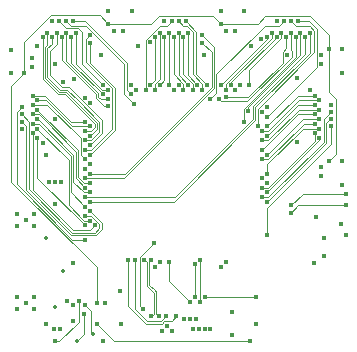
<source format=gbl>
G04*
G04 #@! TF.GenerationSoftware,Altium Limited,Altium Designer,25.8.1 (18)*
G04*
G04 Layer_Physical_Order=4*
G04 Layer_Color=16711680*
%FSLAX44Y44*%
%MOMM*%
G71*
G04*
G04 #@! TF.SameCoordinates,89BD97E8-7FFC-4123-A3EE-04367D590976*
G04*
G04*
G04 #@! TF.FilePolarity,Positive*
G04*
G01*
G75*
%ADD10C,0.1000*%
%ADD56C,0.3500*%
%ADD57C,0.4000*%
D10*
X51000Y10000D02*
X67500Y26500D01*
X47500Y10000D02*
X51000D01*
X77500Y18000D02*
X79500Y16000D01*
X77500Y18000D02*
Y36000D01*
X66250Y10000D02*
X72000Y15750D01*
Y33000D01*
X67500Y26500D02*
Y44000D01*
X67500Y44000D02*
X67500Y44000D01*
X82500Y42500D02*
Y72500D01*
X10000Y145000D02*
X82500Y72500D01*
X10000Y145000D02*
Y226500D01*
X172000Y269000D02*
X182000Y259000D01*
X172000Y262880D02*
X180000Y254880D01*
X253000Y218000D02*
X267500D01*
X227000Y168000D02*
X257000Y198000D01*
X253000Y210000D02*
X267500D01*
X228000Y188000D02*
X254000Y214000D01*
X251000Y251000D02*
Y268000D01*
X280000Y198000D02*
X281000D01*
X275000Y198000D02*
X281000Y204000D01*
X247000Y281000D02*
X251000Y277000D01*
X263000D01*
X267000Y273000D01*
X262000Y281000D02*
X269000Y274000D01*
Y242000D02*
Y274000D01*
X253000Y281000D02*
X262000D01*
X279000Y257500D02*
Y269000D01*
X263000Y285000D02*
X279000Y269000D01*
X85500Y286000D02*
X92500Y279000D01*
X72500Y41000D02*
X77500Y36000D01*
X227000Y192000D02*
X253000Y218000D01*
X57000Y281000D02*
X61000Y277000D01*
X257000Y198000D02*
X271000D01*
X254000Y214000D02*
X271000D01*
X279000Y162500D02*
X285000Y168500D01*
X223000Y140000D02*
X228000D01*
Y132000D02*
X275000Y179000D01*
Y198000D01*
X223000Y132000D02*
X228000D01*
X237000Y277000D02*
X241000Y281000D01*
X21000Y263000D02*
X44000Y286000D01*
X21000Y237500D02*
Y263000D01*
X10000Y226500D02*
X21000Y237500D01*
X51000Y281000D02*
X57000Y275000D01*
X67000D01*
X44000Y286000D02*
X85500D01*
X108000Y223000D02*
X112000Y219000D01*
X61000Y277000D02*
X74000D01*
X106000Y245000D01*
X73000Y281000D02*
X108000Y246000D01*
X63000Y281000D02*
X73000D01*
X108000Y223000D02*
Y246000D01*
X181500Y285000D02*
X187500Y279000D01*
X186000Y215000D02*
X186086D01*
X188086Y213000D01*
X106000Y219000D02*
X114000Y211000D01*
X106000Y219000D02*
Y245000D01*
X97250Y10000D02*
X212250D01*
X172000Y223000D02*
X172000Y223000D01*
X144000Y271000D02*
X144000Y271000D01*
Y227000D02*
Y271000D01*
X144000Y227000D02*
X144000Y227000D01*
X148000Y236000D02*
X156000Y228000D01*
X148000Y236000D02*
Y268000D01*
X156000Y222500D02*
Y228000D01*
X152000Y235000D02*
Y271000D01*
Y235000D02*
X160000Y227000D01*
X156000Y236000D02*
X164000Y228000D01*
X156000Y236000D02*
Y268000D01*
X164000Y222500D02*
Y228000D01*
X160000Y235000D02*
X168000Y227000D01*
X164000Y236000D02*
X172000Y228000D01*
Y223000D02*
Y228000D01*
X167000Y236000D02*
X176000Y227000D01*
Y227000D02*
Y227000D01*
X136000Y227000D02*
X140000Y231000D01*
X132000Y223000D02*
Y228000D01*
X136000Y232000D01*
X128000Y227000D02*
X132000Y231000D01*
X61000Y246000D02*
Y267500D01*
X65000Y245050D02*
Y271000D01*
X57000Y247000D02*
Y271000D01*
X53000Y248000D02*
Y267500D01*
X226525Y267525D02*
X227000Y268000D01*
X188000Y227000D02*
X226525Y265525D01*
Y267525D01*
X231000Y267000D02*
Y271000D01*
X192000Y228000D02*
X231000Y267000D01*
X196000Y227000D02*
X196475Y227475D01*
Y229475D02*
X235000Y268000D01*
X196475Y227475D02*
Y229475D01*
X210009Y213000D02*
X247900Y250891D01*
X211000Y217000D02*
X240000Y246000D01*
X239000Y266743D02*
Y271000D01*
X212000Y239743D02*
X239000Y266743D01*
X212000Y227000D02*
Y239743D01*
X240000Y246000D02*
Y255000D01*
X243000Y258000D01*
Y268000D01*
X247000Y257000D02*
X247900Y256100D01*
X247000Y257000D02*
Y271000D01*
X247900Y250891D02*
Y256100D01*
X73500Y246500D02*
Y265500D01*
X77000Y269000D01*
Y245828D02*
Y262880D01*
X188086Y213000D02*
X210009D01*
X192000Y217000D02*
X211000D01*
X192000Y223000D02*
Y228000D01*
X227000Y200000D02*
X269000Y242000D01*
X36000Y199450D02*
X65000Y170450D01*
X36000Y199450D02*
Y199450D01*
X33450Y202000D02*
X36000Y199450D01*
X32500Y198000D02*
X32828D01*
X69000Y168000D02*
X73000Y164000D01*
X65000Y148000D02*
Y170450D01*
X67000Y149000D02*
Y171500D01*
Y149000D02*
X72000Y144000D01*
X73000Y172000D02*
X78000D01*
X77000Y269000D02*
X77828D01*
X73000Y180000D02*
X78000D01*
X77000Y176000D02*
X87000Y186000D01*
X78000Y180000D02*
X85000Y187000D01*
X19000Y196000D02*
X23000Y192000D01*
X15000Y204000D02*
X19000Y208000D01*
Y202000D02*
X25000Y196000D01*
X73000Y116000D02*
X78000D01*
X32828Y198000D02*
X63000Y167828D01*
X73000Y132000D02*
X106000D01*
X34000Y194000D02*
X61000Y167000D01*
Y136000D02*
X73000Y124000D01*
X61000Y136000D02*
Y167000D01*
X32500Y190000D02*
X59000Y163500D01*
X29000Y194000D02*
X34000D01*
X59000Y125000D02*
Y163500D01*
X106000Y132000D02*
X106000Y132000D01*
X59000Y125000D02*
X72000Y112000D01*
X72000Y144000D02*
X77000D01*
X65000Y148000D02*
X73000Y140000D01*
X63000Y145000D02*
X72000Y136000D01*
X77000D01*
X63000Y145000D02*
Y167828D01*
X67000Y275000D02*
X70000Y272000D01*
Y245000D02*
Y272000D01*
X164000Y236000D02*
Y272172D01*
X158000Y281000D02*
X167000Y272000D01*
Y236000D02*
Y272000D01*
X160000Y235000D02*
Y271000D01*
X142000Y277000D02*
X146000Y281000D01*
X156000Y277000D02*
X159172D01*
X164000Y272172D01*
X152000Y281000D02*
X156000Y277000D01*
X277000Y178000D02*
Y195000D01*
X280000Y198000D01*
X140000Y268000D02*
X140000Y268000D01*
X136000Y232000D02*
Y271000D01*
X140000Y231000D02*
Y268000D01*
X132000Y268000D02*
X132000Y268000D01*
Y231000D02*
Y268000D01*
X136000Y277000D02*
X142000D01*
X124000Y223000D02*
Y265000D01*
X136000Y277000D01*
X53000Y248000D02*
X82000Y219000D01*
X57000Y247000D02*
X84000Y220000D01*
X70000Y245000D02*
X88000Y227000D01*
X61000Y246000D02*
X88000Y219000D01*
X72000Y112000D02*
X77000D01*
Y120000D02*
X87000Y110000D01*
X82000Y100000D02*
X87000Y105000D01*
Y110000D01*
X82500Y24750D02*
X97250Y10000D01*
X98000Y189000D02*
Y224828D01*
X77000Y245828D02*
X98000Y224828D01*
X77000Y168000D02*
X98000Y189000D01*
X84000Y217000D02*
Y220000D01*
Y217000D02*
X86000Y215000D01*
X225000Y285000D02*
X263000D01*
X219000Y279000D02*
X225000Y285000D01*
X187500Y279000D02*
X219000D01*
X135000Y285000D02*
X181500D01*
X92500Y279000D02*
X129000D01*
X135000Y285000D01*
X81000Y191000D02*
Y194000D01*
X83000Y190000D02*
Y195000D01*
X85000Y187000D02*
Y196000D01*
X87000Y186000D02*
Y197000D01*
X29000Y202000D02*
X33450D01*
X32500Y206000D02*
X67000Y171500D01*
X69000Y168000D02*
Y182000D01*
X29000Y210000D02*
X41000D01*
X69000Y182000D01*
X32500Y214000D02*
X40000D01*
X62000Y192000D01*
X39000Y218000D02*
X61000Y196000D01*
X29000Y218000D02*
X39000D01*
X82000Y216000D02*
Y219000D01*
X77000Y104000D02*
X81000Y108000D01*
Y102000D02*
X85000Y106000D01*
Y109000D01*
X78000Y116000D02*
X85000Y109000D01*
X255000Y252000D02*
Y271000D01*
X267000Y255000D02*
Y273000D01*
X259000Y253000D02*
Y268000D01*
X263000Y254000D02*
Y271000D01*
X219000Y192000D02*
Y207000D01*
X217000Y208000D02*
X263000Y254000D01*
X219000Y207000D02*
X267000Y255000D01*
X210914Y207914D02*
X255000Y252000D01*
X215000Y209000D02*
X259000Y253000D01*
X210914Y205086D02*
X211000Y205000D01*
X210914Y205086D02*
Y207914D01*
X207000Y207000D02*
X251000Y251000D01*
X223000Y188000D02*
X228000D01*
X227000Y184000D02*
X253000Y210000D01*
Y202000D02*
X267500D01*
X223000Y172000D02*
X253000Y202000D01*
X223000Y180000D02*
X228000D01*
X254000Y206000D02*
X271000D01*
X228000Y180000D02*
X254000Y206000D01*
X228000Y164000D02*
X258000Y194000D01*
X267500D01*
X223000Y164000D02*
X228000D01*
X257000Y190000D02*
X271000D01*
X227000Y160000D02*
X257000Y190000D01*
X227000Y152000D02*
Y160000D01*
X89000Y209000D02*
X92000D01*
X73500Y246500D02*
X96000Y224000D01*
X78000Y172000D02*
X96000Y190000D01*
X65000Y245050D02*
X87000Y223050D01*
X96000Y190000D02*
Y224000D01*
X86000Y215000D02*
X92000D01*
X87000Y223000D02*
X92000D01*
X82000Y216000D02*
X89000Y209000D01*
X87000Y223000D02*
Y223050D01*
X228000Y140000D02*
X267500Y179500D01*
Y186000D01*
X227000Y136000D02*
X271000Y180000D01*
Y182000D01*
X78000Y188000D02*
X81000Y191000D01*
X61000Y196000D02*
X73000D01*
X62000Y192000D02*
X77000D01*
X73000Y188000D02*
X78000D01*
X77000Y184000D02*
X83000Y190000D01*
X179000Y215000D02*
X184000Y220000D01*
X106000Y148000D02*
X182000Y224000D01*
X107000Y152000D02*
X180000Y225000D01*
Y254880D01*
X77000Y152000D02*
X107000D01*
X182000Y224000D02*
Y259000D01*
X73000Y148000D02*
X106000D01*
X174000Y47500D02*
X217500D01*
X32500Y148500D02*
Y182000D01*
Y148500D02*
X73000Y108000D01*
X29000Y138000D02*
Y186000D01*
Y138000D02*
X63000Y104000D01*
X77000D01*
X25000Y139000D02*
X62000Y102000D01*
X25000Y139000D02*
Y196000D01*
X62000Y102000D02*
X81000D01*
X61000Y100000D02*
X82000D01*
X23000Y138000D02*
Y192000D01*
Y138000D02*
X61000Y100000D01*
X62000Y96000D02*
X73000D01*
X15000Y143000D02*
X62000Y96000D01*
X15000Y143000D02*
Y204000D01*
X166000Y47500D02*
Y75000D01*
X123000Y78914D02*
X125000Y76914D01*
X123000Y78914D02*
Y79000D01*
X129000Y78914D02*
Y79000D01*
X127000Y76914D02*
X129000Y78914D01*
X119000Y81000D02*
X131000Y93000D01*
X184000Y236000D02*
X225000Y277000D01*
X237000D01*
X184000Y220000D02*
Y236000D01*
X227000Y128000D02*
X277000Y178000D01*
X227000Y100000D02*
Y123000D01*
X281000Y177000D01*
Y192000D01*
X247000Y125000D02*
X257000Y135000D01*
X294000D01*
X247000Y119000D02*
X253000Y125000D01*
X294000D01*
X66500Y214500D02*
X85000Y196000D01*
X43000Y235000D02*
X53000Y225000D01*
X59000D02*
X87000Y197000D01*
X53000Y225000D02*
X59000D01*
X52000Y223000D02*
X57828D01*
X66414Y214414D01*
X41000Y234000D02*
X52000Y223000D01*
X57000Y221000D02*
X83000Y195000D01*
X51000Y221000D02*
X57000D01*
X39000Y233000D02*
X51000Y221000D01*
X37000Y232000D02*
Y267500D01*
X50000Y219000D02*
X56000D01*
X37000Y232000D02*
X50000Y219000D01*
X56000D02*
X81000Y194000D01*
X41000Y261000D02*
Y271000D01*
X39000Y233000D02*
Y259000D01*
X41000Y261000D01*
Y234000D02*
Y258000D01*
X45000Y262000D02*
Y267500D01*
X45000Y267500D01*
X41000Y258000D02*
X45000Y262000D01*
X49000D02*
Y271000D01*
X43000Y235000D02*
Y256000D01*
X49000Y262000D01*
X285000Y168500D02*
Y215000D01*
X279000Y221000D02*
X285000Y215000D01*
X279000Y221000D02*
Y257500D01*
X135000Y31000D02*
Y31086D01*
X119000Y40120D02*
Y81000D01*
X129000Y31000D02*
Y31086D01*
X119000Y40120D02*
X122000Y37120D01*
X133000Y33086D02*
X135000Y31086D01*
X129000Y31086D02*
X131000Y33086D01*
X131000Y51172D02*
X131000D01*
X131828Y53172D02*
X133000Y52000D01*
X127000Y58000D02*
Y76914D01*
X125000Y57172D02*
X131000Y51172D01*
X131000Y33086D02*
Y51172D01*
X127000Y58000D02*
X131828Y53172D01*
X125000Y57172D02*
Y76914D01*
X131828Y53172D02*
X131828D01*
X133000Y33086D02*
Y52000D01*
X170000Y43000D02*
Y79000D01*
X144000Y61000D02*
Y77000D01*
Y61000D02*
X162000Y43000D01*
X115000Y37000D02*
X125000Y27000D01*
X115000Y37000D02*
Y79000D01*
X109000Y40000D02*
Y79000D01*
Y40000D02*
X124000Y25000D01*
X138000D02*
X140000Y27000D01*
X137000D02*
X141000Y31000D01*
X124000Y25000D02*
X138000D01*
X125000Y27000D02*
X137000D01*
X146000D02*
X150000Y31000D01*
X140000Y27000D02*
X146000D01*
X207000Y196000D02*
Y207000D01*
X215000Y198000D02*
Y209000D01*
X106000Y132000D02*
X149000D01*
X215000Y198000D01*
X77000Y128000D02*
X148000D01*
X217000Y197000D02*
Y208000D01*
X148000Y128000D02*
X217000Y197000D01*
D56*
X40000Y97500D02*
D03*
X66250Y10000D02*
D03*
X79500Y16000D02*
D03*
X53750Y69500D02*
D03*
X47500Y38750D02*
D03*
D57*
Y126250D02*
D03*
X46250Y20000D02*
D03*
X47500Y10000D02*
D03*
X40000Y25000D02*
D03*
X51250Y20000D02*
D03*
X30000Y117500D02*
D03*
X15000D02*
D03*
Y107500D02*
D03*
X30000D02*
D03*
X22500Y112500D02*
D03*
X30000Y47500D02*
D03*
X15000D02*
D03*
X30000Y37500D02*
D03*
X15000D02*
D03*
X22500Y42500D02*
D03*
X252500Y232500D02*
D03*
X10000Y237500D02*
D03*
X92500Y290000D02*
D03*
X187500D02*
D03*
X290000Y162500D02*
D03*
X279000Y257500D02*
D03*
X272500Y245000D02*
D03*
Y252500D02*
D03*
X290000Y257500D02*
D03*
Y237500D02*
D03*
X207500Y290000D02*
D03*
X112500Y290000D02*
D03*
X10000Y256250D02*
D03*
X290000Y142500D02*
D03*
X21000Y237500D02*
D03*
X27500Y250000D02*
D03*
Y242500D02*
D03*
X92500Y279000D02*
D03*
X105000Y272500D02*
D03*
X97500D02*
D03*
X187500Y279000D02*
D03*
X200000Y272500D02*
D03*
X192500D02*
D03*
X279000Y162500D02*
D03*
X272500Y150000D02*
D03*
Y157500D02*
D03*
X82500Y42500D02*
D03*
X267500Y194000D02*
D03*
X275500Y97500D02*
D03*
X173750Y252500D02*
D03*
X90000Y42500D02*
D03*
X197500Y15250D02*
D03*
Y35000D02*
D03*
X102500Y52500D02*
D03*
X57500Y44000D02*
D03*
X62500Y41000D02*
D03*
X67500Y44000D02*
D03*
X72500Y41000D02*
D03*
X63000Y76000D02*
D03*
X267500Y218000D02*
D03*
X251000Y268000D02*
D03*
X172000Y269000D02*
D03*
Y262880D02*
D03*
X263000Y222500D02*
D03*
X227000Y268000D02*
D03*
X231000Y271000D02*
D03*
X235000Y268000D02*
D03*
X243000D02*
D03*
X239000Y271000D02*
D03*
X223000Y140000D02*
D03*
X227000Y136000D02*
D03*
Y100000D02*
D03*
Y168000D02*
D03*
X267500Y202000D02*
D03*
Y210000D02*
D03*
X223000Y132000D02*
D03*
Y180000D02*
D03*
X247000Y271000D02*
D03*
X255000D02*
D03*
X213000Y260000D02*
D03*
X281000Y204000D02*
D03*
Y198000D02*
D03*
X247000Y281000D02*
D03*
X241000D02*
D03*
X253000D02*
D03*
X263000Y271000D02*
D03*
X259000Y268000D02*
D03*
X61000Y267500D02*
D03*
X45000D02*
D03*
X51000Y281000D02*
D03*
X37000Y267500D02*
D03*
X148000Y268000D02*
D03*
X156000D02*
D03*
X144000Y271000D02*
D03*
X152000D02*
D03*
X188000Y227000D02*
D03*
X196000Y227000D02*
D03*
X212000Y227000D02*
D03*
X72000Y33000D02*
D03*
X227000Y192000D02*
D03*
X219000D02*
D03*
X57000Y281000D02*
D03*
X152000D02*
D03*
X63000D02*
D03*
X146000D02*
D03*
X41000Y271000D02*
D03*
X49000D02*
D03*
X271000Y214000D02*
D03*
Y206000D02*
D03*
Y198000D02*
D03*
Y190000D02*
D03*
X235000Y281000D02*
D03*
X45000D02*
D03*
X53000Y267500D02*
D03*
X57000Y271000D02*
D03*
X65000D02*
D03*
X112000Y227000D02*
D03*
X77000Y262880D02*
D03*
X112000Y219000D02*
D03*
X116000Y223000D02*
D03*
X227000Y152000D02*
D03*
Y144000D02*
D03*
X223000Y148000D02*
D03*
X86250Y252500D02*
D03*
X77000Y269000D02*
D03*
X158000Y281000D02*
D03*
X186000Y215000D02*
D03*
X114000Y211000D02*
D03*
X103000Y24750D02*
D03*
X217500D02*
D03*
X212250Y10000D02*
D03*
X87750D02*
D03*
X188000Y73000D02*
D03*
X192000Y77000D02*
D03*
X172000Y223000D02*
D03*
X176000Y227000D02*
D03*
X168000D02*
D03*
X164000Y223000D02*
D03*
X144000Y227000D02*
D03*
X124000Y223000D02*
D03*
X132000D02*
D03*
X128000Y227000D02*
D03*
X148000Y223000D02*
D03*
X152000Y227000D02*
D03*
X156000Y223000D02*
D03*
X160000Y227000D02*
D03*
X136000D02*
D03*
X32500Y260000D02*
D03*
X243750Y252500D02*
D03*
X204000Y227000D02*
D03*
X200000Y223000D02*
D03*
X192000D02*
D03*
Y217000D02*
D03*
X73000Y156000D02*
D03*
Y124000D02*
D03*
X227000Y208000D02*
D03*
Y200000D02*
D03*
X73000Y164000D02*
D03*
Y148000D02*
D03*
X19000Y208000D02*
D03*
X29000Y194000D02*
D03*
Y218000D02*
D03*
X32500Y214000D02*
D03*
Y198000D02*
D03*
Y190000D02*
D03*
Y182000D02*
D03*
X29000Y186000D02*
D03*
X73000Y172000D02*
D03*
Y180000D02*
D03*
X42500Y145000D02*
D03*
X47500D02*
D03*
X77000Y128000D02*
D03*
Y136000D02*
D03*
Y152000D02*
D03*
Y160000D02*
D03*
Y168000D02*
D03*
Y176000D02*
D03*
X29000Y210000D02*
D03*
X19000Y202000D02*
D03*
Y196000D02*
D03*
Y190000D02*
D03*
X73000Y96000D02*
D03*
X77000Y120000D02*
D03*
X73000Y116000D02*
D03*
Y108000D02*
D03*
X52500Y145000D02*
D03*
X73000Y132000D02*
D03*
X77000Y144000D02*
D03*
X73000Y140000D02*
D03*
X160000Y271000D02*
D03*
X140000Y281000D02*
D03*
X281000Y192000D02*
D03*
X252500Y178750D02*
D03*
X136000Y271000D02*
D03*
X140000Y268000D02*
D03*
X132000D02*
D03*
X127500Y263000D02*
D03*
X118000Y260000D02*
D03*
X37000Y177500D02*
D03*
X40000Y168000D02*
D03*
X88000Y227000D02*
D03*
Y219000D02*
D03*
X77000Y112000D02*
D03*
X82500Y24750D02*
D03*
X281000Y210000D02*
D03*
X63436Y231786D02*
D03*
X29000Y202000D02*
D03*
X32500Y206000D02*
D03*
X47500Y198500D02*
D03*
X73000Y216000D02*
D03*
X77000Y212000D02*
D03*
X81000Y108000D02*
D03*
X223000Y204000D02*
D03*
X211000Y205000D02*
D03*
X223000Y172000D02*
D03*
Y188000D02*
D03*
X227000Y184000D02*
D03*
X223000Y164000D02*
D03*
X92000Y223000D02*
D03*
Y215000D02*
D03*
Y209000D02*
D03*
X271000Y182000D02*
D03*
X267500Y186000D02*
D03*
X73000Y196000D02*
D03*
X77000Y192000D02*
D03*
Y184000D02*
D03*
X73000Y188000D02*
D03*
X179000Y215000D02*
D03*
X217500Y47500D02*
D03*
X174000D02*
D03*
X166000D02*
D03*
X115000Y79000D02*
D03*
X109000Y79000D02*
D03*
X132000Y73000D02*
D03*
X136000Y77000D02*
D03*
X144000D02*
D03*
X166000Y75000D02*
D03*
X170000Y79000D02*
D03*
X123000D02*
D03*
X129000D02*
D03*
X131000Y93000D02*
D03*
X222100Y266050D02*
D03*
X275000Y82500D02*
D03*
X294000Y100000D02*
D03*
Y135000D02*
D03*
Y125000D02*
D03*
X227000Y128000D02*
D03*
X247000Y125000D02*
D03*
Y119000D02*
D03*
X267000Y76000D02*
D03*
X268000Y115000D02*
D03*
X47000Y245000D02*
D03*
X54000Y229500D02*
D03*
X62500Y27500D02*
D03*
X164000Y20000D02*
D03*
X169000D02*
D03*
X174000D02*
D03*
X179000D02*
D03*
X135000Y31000D02*
D03*
X129000D02*
D03*
X122000Y37120D02*
D03*
X146000Y19000D02*
D03*
X170000Y43000D02*
D03*
X162000D02*
D03*
X138000Y19000D02*
D03*
X142000Y23000D02*
D03*
X141000Y31000D02*
D03*
X150000D02*
D03*
X157000Y29000D02*
D03*
X162000D02*
D03*
X167000D02*
D03*
X289500Y109000D02*
D03*
X207000Y196000D02*
D03*
M02*

</source>
